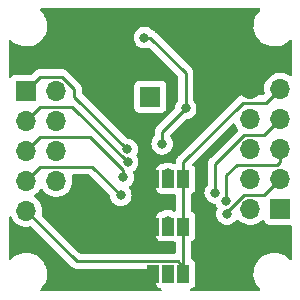
<source format=gbr>
%TF.GenerationSoftware,KiCad,Pcbnew,(6.0.7)*%
%TF.CreationDate,2022-10-11T20:39:03-05:00*%
%TF.ProjectId,PCA9535,50434139-3533-4352-9e6b-696361645f70,rev?*%
%TF.SameCoordinates,Original*%
%TF.FileFunction,Copper,L2,Bot*%
%TF.FilePolarity,Positive*%
%FSLAX46Y46*%
G04 Gerber Fmt 4.6, Leading zero omitted, Abs format (unit mm)*
G04 Created by KiCad (PCBNEW (6.0.7)) date 2022-10-11 20:39:03*
%MOMM*%
%LPD*%
G01*
G04 APERTURE LIST*
%TA.AperFunction,ComponentPad*%
%ADD10R,1.700000X1.700000*%
%TD*%
%TA.AperFunction,ComponentPad*%
%ADD11O,1.700000X1.700000*%
%TD*%
%TA.AperFunction,SMDPad,CuDef*%
%ADD12R,1.000000X1.500000*%
%TD*%
%TA.AperFunction,ViaPad*%
%ADD13C,0.800000*%
%TD*%
%TA.AperFunction,Conductor*%
%ADD14C,0.250000*%
%TD*%
G04 APERTURE END LIST*
D10*
%TO.P,J6,1,Pin_1*%
%TO.N,P10*%
X181500000Y-91500000D03*
D11*
%TO.P,J6,2,Pin_2*%
%TO.N,P14*%
X178960000Y-91500000D03*
%TO.P,J6,3,Pin_3*%
%TO.N,P11*%
X181500000Y-88960000D03*
%TO.P,J6,4,Pin_4*%
%TO.N,P15*%
X178960000Y-88960000D03*
%TO.P,J6,5,Pin_5*%
%TO.N,P12*%
X181500000Y-86420000D03*
%TO.P,J6,6,Pin_6*%
%TO.N,P16*%
X178960000Y-86420000D03*
%TO.P,J6,7,Pin_7*%
%TO.N,P13*%
X181500000Y-83880000D03*
%TO.P,J6,8,Pin_8*%
%TO.N,P17*%
X178960000Y-83880000D03*
%TO.P,J6,9,Pin_9*%
%TO.N,+3.3V*%
X181500000Y-81340000D03*
%TO.P,J6,10,Pin_10*%
%TO.N,GND*%
X178960000Y-81340000D03*
%TD*%
D10*
%TO.P,J4,1,Pin_1*%
%TO.N,INT*%
X170500000Y-82000000D03*
%TD*%
%TO.P,J3,1,Pin_1*%
%TO.N,P00*%
X160000000Y-81500000D03*
D11*
%TO.P,J3,2,Pin_2*%
%TO.N,P04*%
X162540000Y-81500000D03*
%TO.P,J3,3,Pin_3*%
%TO.N,P01*%
X160000000Y-84040000D03*
%TO.P,J3,4,Pin_4*%
%TO.N,P05*%
X162540000Y-84040000D03*
%TO.P,J3,5,Pin_5*%
%TO.N,P02*%
X160000000Y-86580000D03*
%TO.P,J3,6,Pin_6*%
%TO.N,P06*%
X162540000Y-86580000D03*
%TO.P,J3,7,Pin_7*%
%TO.N,P03*%
X160000000Y-89120000D03*
%TO.P,J3,8,Pin_8*%
%TO.N,P07*%
X162540000Y-89120000D03*
%TO.P,J3,9,Pin_9*%
%TO.N,+3.3V*%
X160000000Y-91660000D03*
%TO.P,J3,10,Pin_10*%
%TO.N,GND*%
X162540000Y-91660000D03*
%TD*%
D12*
%TO.P,JP1,1,A*%
%TO.N,+3.3V*%
X173300000Y-89000000D03*
%TO.P,JP1,2,C*%
%TO.N,A0*%
X172000000Y-89000000D03*
%TO.P,JP1,3,B*%
%TO.N,GND*%
X170700000Y-89000000D03*
%TD*%
%TO.P,JP2,1,A*%
%TO.N,+3.3V*%
X173300000Y-93000000D03*
%TO.P,JP2,2,C*%
%TO.N,A1*%
X172000000Y-93000000D03*
%TO.P,JP2,3,B*%
%TO.N,GND*%
X170700000Y-93000000D03*
%TD*%
%TO.P,JP3,1,A*%
%TO.N,+3.3V*%
X173300000Y-97000000D03*
%TO.P,JP3,2,C*%
%TO.N,A2*%
X172000000Y-97000000D03*
%TO.P,JP3,3,B*%
%TO.N,GND*%
X170700000Y-97000000D03*
%TD*%
D13*
%TO.N,GND*%
X169000000Y-79500000D03*
%TO.N,SCL*%
X173500000Y-83000000D03*
X170000000Y-77000000D03*
X171500000Y-86000000D03*
%TO.N,GND*%
X163166000Y-96448000D03*
X174342000Y-95178000D03*
%TO.N,P00*%
X168538534Y-86464740D03*
%TO.N,P01*%
X168584386Y-87535190D03*
%TO.N,P02*%
X168232512Y-88846070D03*
%TO.N,P03*%
X168000000Y-90352000D03*
%TO.N,P11*%
X177000000Y-91950500D03*
%TO.N,P12*%
X176911351Y-90862348D03*
%TO.N,P13*%
X176000000Y-90151999D03*
%TO.N,A1*%
X172000000Y-92500000D03*
%TO.N,A2*%
X172000000Y-97000000D03*
%TO.N,A0*%
X172000000Y-88500000D03*
%TD*%
D14*
%TO.N,SCL*%
X170500000Y-77000000D02*
X173500000Y-80000000D01*
X170000000Y-77000000D02*
X170500000Y-77000000D01*
X171500000Y-85000000D02*
X171500000Y-86000000D01*
X173500000Y-83000000D02*
X171500000Y-85000000D01*
X173500000Y-80000000D02*
X173500000Y-83000000D01*
%TO.N,+3.3V*%
X178336442Y-82515000D02*
X173300000Y-87551442D01*
X180325000Y-82515000D02*
X178336442Y-82515000D01*
X181500000Y-81340000D02*
X180325000Y-82515000D01*
X173300000Y-97000000D02*
X173300000Y-93000000D01*
X173300000Y-87551442D02*
X173300000Y-89000000D01*
X172825000Y-95925000D02*
X173300000Y-96400000D01*
X173300000Y-93000000D02*
X173300000Y-89000000D01*
X160000000Y-91660000D02*
X164265000Y-95925000D01*
X173300000Y-96400000D02*
X173300000Y-97000000D01*
X164265000Y-95925000D02*
X172825000Y-95925000D01*
%TO.N,P00*%
X164073796Y-81372095D02*
X163026701Y-80325000D01*
X164073796Y-82000000D02*
X164073796Y-81372095D01*
X168538534Y-86464740D02*
X164073796Y-82000000D01*
X161175000Y-80325000D02*
X160000000Y-81500000D01*
X163026701Y-80325000D02*
X161175000Y-80325000D01*
%TO.N,P01*%
X161175000Y-82865000D02*
X160000000Y-84040000D01*
X168584386Y-87535190D02*
X163914196Y-82865000D01*
X163914196Y-82865000D02*
X161175000Y-82865000D01*
%TO.N,P02*%
X161175000Y-85405000D02*
X160000000Y-86580000D01*
X168232512Y-88207914D02*
X165429598Y-85405000D01*
X168232512Y-88846070D02*
X168232512Y-88207914D01*
X165429598Y-85405000D02*
X161175000Y-85405000D01*
%TO.N,P03*%
X168000000Y-90352000D02*
X165593000Y-87945000D01*
X165593000Y-87945000D02*
X161175000Y-87945000D01*
X161175000Y-87945000D02*
X160000000Y-89120000D01*
%TO.N,P11*%
X177000000Y-91950500D02*
X177000000Y-91798299D01*
X177000000Y-91798299D02*
X178473299Y-90325000D01*
X180135000Y-90325000D02*
X181500000Y-88960000D01*
X178473299Y-90325000D02*
X180135000Y-90325000D01*
%TO.N,P12*%
X181215000Y-87785000D02*
X181500000Y-87500000D01*
X176911351Y-90862348D02*
X176911351Y-88675140D01*
X176911351Y-88675140D02*
X177801491Y-87785000D01*
X177801491Y-87785000D02*
X181215000Y-87785000D01*
X181500000Y-87500000D02*
X181500000Y-86420000D01*
%TO.N,P13*%
X176000000Y-90151999D02*
X176000000Y-87718299D01*
X178473299Y-85245000D02*
X180135000Y-85245000D01*
X180135000Y-85245000D02*
X181500000Y-83880000D01*
X176000000Y-87718299D02*
X178473299Y-85245000D01*
%TD*%
%TA.AperFunction,Conductor*%
%TO.N,GND*%
G36*
X158717012Y-92147932D02*
G01*
X158751243Y-92195752D01*
X158770492Y-92243156D01*
X158783266Y-92274616D01*
X158801939Y-92305088D01*
X158897063Y-92460316D01*
X158899987Y-92465088D01*
X159046250Y-92633938D01*
X159218126Y-92776632D01*
X159411000Y-92889338D01*
X159619692Y-92969030D01*
X159624760Y-92970061D01*
X159624763Y-92970062D01*
X159695729Y-92984500D01*
X159838597Y-93013567D01*
X159843772Y-93013757D01*
X159843774Y-93013757D01*
X160056673Y-93021564D01*
X160056677Y-93021564D01*
X160061837Y-93021753D01*
X160066957Y-93021097D01*
X160066959Y-93021097D01*
X160278288Y-92994025D01*
X160278289Y-92994025D01*
X160283416Y-92993368D01*
X160288367Y-92991883D01*
X160288370Y-92991882D01*
X160329829Y-92979444D01*
X160400825Y-92979028D01*
X160455131Y-93011035D01*
X163761348Y-96317253D01*
X163768888Y-96325539D01*
X163773000Y-96332018D01*
X163778777Y-96337443D01*
X163822651Y-96378643D01*
X163825493Y-96381398D01*
X163845230Y-96401135D01*
X163848427Y-96403615D01*
X163857447Y-96411318D01*
X163889679Y-96441586D01*
X163896625Y-96445405D01*
X163896628Y-96445407D01*
X163907434Y-96451348D01*
X163923953Y-96462199D01*
X163939959Y-96474614D01*
X163947228Y-96477759D01*
X163947232Y-96477762D01*
X163980537Y-96492174D01*
X163991187Y-96497391D01*
X164029940Y-96518695D01*
X164037615Y-96520666D01*
X164037616Y-96520666D01*
X164049562Y-96523733D01*
X164068267Y-96530137D01*
X164086855Y-96538181D01*
X164094678Y-96539420D01*
X164094688Y-96539423D01*
X164130524Y-96545099D01*
X164142144Y-96547505D01*
X164177289Y-96556528D01*
X164184970Y-96558500D01*
X164205224Y-96558500D01*
X164224934Y-96560051D01*
X164244943Y-96563220D01*
X164252835Y-96562474D01*
X164288961Y-96559059D01*
X164300819Y-96558500D01*
X170865500Y-96558500D01*
X170933621Y-96578502D01*
X170980114Y-96632158D01*
X170991500Y-96684500D01*
X170991500Y-97798134D01*
X170998255Y-97860316D01*
X171049385Y-97996705D01*
X171136739Y-98113261D01*
X171253295Y-98200615D01*
X171261704Y-98203767D01*
X171261705Y-98203768D01*
X171378408Y-98247518D01*
X171435173Y-98290159D01*
X171459873Y-98356721D01*
X171444666Y-98426070D01*
X171394380Y-98476188D01*
X171334179Y-98491500D01*
X161302859Y-98491500D01*
X161234738Y-98471498D01*
X161188245Y-98417842D01*
X161178141Y-98347568D01*
X161211084Y-98279167D01*
X161240857Y-98247518D01*
X161370443Y-98109763D01*
X161519424Y-97895009D01*
X161565522Y-97801531D01*
X161632960Y-97664781D01*
X161632961Y-97664778D01*
X161635025Y-97660593D01*
X161714707Y-97411665D01*
X161756721Y-97153693D01*
X161760142Y-96892345D01*
X161724896Y-96633362D01*
X161710473Y-96583877D01*
X161690361Y-96514879D01*
X161651757Y-96382433D01*
X161542332Y-96145072D01*
X161489663Y-96064739D01*
X161401590Y-95930404D01*
X161401586Y-95930399D01*
X161399024Y-95926491D01*
X161224982Y-95731494D01*
X161024030Y-95564363D01*
X160976844Y-95535730D01*
X160804578Y-95431196D01*
X160804574Y-95431194D01*
X160800581Y-95428771D01*
X160559545Y-95327697D01*
X160306217Y-95263359D01*
X160301566Y-95262891D01*
X160301562Y-95262890D01*
X160092271Y-95241816D01*
X160089133Y-95241500D01*
X159933646Y-95241500D01*
X159931321Y-95241673D01*
X159931315Y-95241673D01*
X159744000Y-95255593D01*
X159743996Y-95255594D01*
X159739348Y-95255939D01*
X159734800Y-95256968D01*
X159734794Y-95256969D01*
X159582192Y-95291500D01*
X159484423Y-95313623D01*
X159480071Y-95315315D01*
X159480069Y-95315316D01*
X159245176Y-95406660D01*
X159245173Y-95406661D01*
X159240823Y-95408353D01*
X159013902Y-95538049D01*
X158808643Y-95699862D01*
X158805443Y-95703264D01*
X158726275Y-95787422D01*
X158665031Y-95823334D01*
X158594093Y-95820434D01*
X158535985Y-95779643D01*
X158509154Y-95713912D01*
X158508500Y-95701089D01*
X158508500Y-92243156D01*
X158528502Y-92175035D01*
X158582158Y-92128542D01*
X158652432Y-92118438D01*
X158717012Y-92147932D01*
G37*
%TD.AperFunction*%
%TA.AperFunction,Conductor*%
G36*
X177600377Y-84251135D02*
G01*
X177657213Y-84293682D01*
X177673088Y-84321787D01*
X177743266Y-84494616D01*
X177749223Y-84504337D01*
X177844013Y-84659020D01*
X177859987Y-84685088D01*
X177863365Y-84688988D01*
X177863366Y-84688989D01*
X177911913Y-84745033D01*
X177941395Y-84809618D01*
X177931280Y-84879891D01*
X177905770Y-84916625D01*
X176756303Y-86066091D01*
X175607747Y-87214647D01*
X175599461Y-87222187D01*
X175592982Y-87226299D01*
X175587557Y-87232076D01*
X175546357Y-87275950D01*
X175543602Y-87278792D01*
X175523865Y-87298529D01*
X175521385Y-87301726D01*
X175513682Y-87310746D01*
X175483414Y-87342978D01*
X175479595Y-87349924D01*
X175479593Y-87349927D01*
X175473652Y-87360733D01*
X175462801Y-87377252D01*
X175450386Y-87393258D01*
X175447241Y-87400527D01*
X175447238Y-87400531D01*
X175432826Y-87433836D01*
X175427609Y-87444486D01*
X175406305Y-87483239D01*
X175404334Y-87490914D01*
X175404334Y-87490915D01*
X175401267Y-87502861D01*
X175394863Y-87521565D01*
X175394002Y-87523556D01*
X175386819Y-87540154D01*
X175385580Y-87547977D01*
X175385577Y-87547987D01*
X175379901Y-87583823D01*
X175377495Y-87595443D01*
X175366500Y-87638269D01*
X175366500Y-87658523D01*
X175364949Y-87678233D01*
X175361780Y-87698242D01*
X175362526Y-87706134D01*
X175365941Y-87742260D01*
X175366500Y-87754118D01*
X175366500Y-89449475D01*
X175346498Y-89517596D01*
X175334142Y-89533778D01*
X175260960Y-89615055D01*
X175165473Y-89780443D01*
X175106458Y-89962071D01*
X175105768Y-89968632D01*
X175105768Y-89968634D01*
X175101721Y-90007137D01*
X175086496Y-90151999D01*
X175087186Y-90158564D01*
X175105322Y-90331114D01*
X175106458Y-90341927D01*
X175165473Y-90523555D01*
X175168776Y-90529277D01*
X175168777Y-90529278D01*
X175176081Y-90541928D01*
X175260960Y-90688943D01*
X175265378Y-90693850D01*
X175265379Y-90693851D01*
X175382977Y-90824457D01*
X175388747Y-90830865D01*
X175543248Y-90943117D01*
X175549276Y-90945801D01*
X175549278Y-90945802D01*
X175706587Y-91015840D01*
X175717712Y-91020793D01*
X175811112Y-91040646D01*
X175898056Y-91059127D01*
X175898061Y-91059127D01*
X175904513Y-91060499D01*
X175928937Y-91060499D01*
X175997058Y-91080501D01*
X176043551Y-91134157D01*
X176048770Y-91147562D01*
X176076824Y-91233904D01*
X176172311Y-91399292D01*
X176176735Y-91404206D01*
X176178578Y-91406742D01*
X176202436Y-91473610D01*
X176185761Y-91543804D01*
X176165473Y-91578944D01*
X176106458Y-91760572D01*
X176105768Y-91767133D01*
X176105768Y-91767135D01*
X176097089Y-91849715D01*
X176086496Y-91950500D01*
X176106458Y-92140428D01*
X176165473Y-92322056D01*
X176260960Y-92487444D01*
X176388747Y-92629366D01*
X176543248Y-92741618D01*
X176549276Y-92744302D01*
X176549278Y-92744303D01*
X176696976Y-92810062D01*
X176717712Y-92819294D01*
X176783925Y-92833368D01*
X176898056Y-92857628D01*
X176898061Y-92857628D01*
X176904513Y-92859000D01*
X177095487Y-92859000D01*
X177101939Y-92857628D01*
X177101944Y-92857628D01*
X177216075Y-92833368D01*
X177282288Y-92819294D01*
X177303024Y-92810062D01*
X177450722Y-92744303D01*
X177450724Y-92744302D01*
X177456752Y-92741618D01*
X177611253Y-92629366D01*
X177739040Y-92487444D01*
X177762103Y-92447498D01*
X177813484Y-92398506D01*
X177883197Y-92385069D01*
X177949109Y-92411456D01*
X177966458Y-92428002D01*
X178002860Y-92470025D01*
X178006250Y-92473938D01*
X178178126Y-92616632D01*
X178371000Y-92729338D01*
X178375825Y-92731180D01*
X178375826Y-92731181D01*
X178403158Y-92741618D01*
X178579692Y-92809030D01*
X178584760Y-92810061D01*
X178584763Y-92810062D01*
X178636884Y-92820666D01*
X178798597Y-92853567D01*
X178803772Y-92853757D01*
X178803774Y-92853757D01*
X179016673Y-92861564D01*
X179016677Y-92861564D01*
X179021837Y-92861753D01*
X179026957Y-92861097D01*
X179026959Y-92861097D01*
X179238288Y-92834025D01*
X179238289Y-92834025D01*
X179243416Y-92833368D01*
X179290327Y-92819294D01*
X179452429Y-92770661D01*
X179452434Y-92770659D01*
X179457384Y-92769174D01*
X179657994Y-92670896D01*
X179839860Y-92541173D01*
X179948091Y-92433319D01*
X180010462Y-92399404D01*
X180081268Y-92404592D01*
X180138030Y-92447238D01*
X180155012Y-92478341D01*
X180199385Y-92596705D01*
X180286739Y-92713261D01*
X180403295Y-92800615D01*
X180539684Y-92851745D01*
X180601866Y-92858500D01*
X182365500Y-92858500D01*
X182433621Y-92878502D01*
X182480114Y-92932158D01*
X182491500Y-92984500D01*
X182491500Y-95699708D01*
X182471498Y-95767829D01*
X182417842Y-95814322D01*
X182347568Y-95824426D01*
X182282988Y-95794932D01*
X182271497Y-95783610D01*
X182224982Y-95731494D01*
X182024030Y-95564363D01*
X181976844Y-95535730D01*
X181804578Y-95431196D01*
X181804574Y-95431194D01*
X181800581Y-95428771D01*
X181559545Y-95327697D01*
X181306217Y-95263359D01*
X181301566Y-95262891D01*
X181301562Y-95262890D01*
X181092271Y-95241816D01*
X181089133Y-95241500D01*
X180933646Y-95241500D01*
X180931321Y-95241673D01*
X180931315Y-95241673D01*
X180744000Y-95255593D01*
X180743996Y-95255594D01*
X180739348Y-95255939D01*
X180734800Y-95256968D01*
X180734794Y-95256969D01*
X180582192Y-95291500D01*
X180484423Y-95313623D01*
X180480071Y-95315315D01*
X180480069Y-95315316D01*
X180245176Y-95406660D01*
X180245173Y-95406661D01*
X180240823Y-95408353D01*
X180013902Y-95538049D01*
X179808643Y-95699862D01*
X179629557Y-95890237D01*
X179480576Y-96104991D01*
X179478510Y-96109181D01*
X179478508Y-96109184D01*
X179431118Y-96205283D01*
X179364975Y-96339407D01*
X179363553Y-96343850D01*
X179363552Y-96343852D01*
X179321695Y-96474614D01*
X179285293Y-96588335D01*
X179243279Y-96846307D01*
X179239858Y-97107655D01*
X179275104Y-97366638D01*
X179276412Y-97371124D01*
X179276412Y-97371126D01*
X179296098Y-97438664D01*
X179348243Y-97617567D01*
X179457668Y-97854928D01*
X179460231Y-97858837D01*
X179598410Y-98069596D01*
X179598414Y-98069601D01*
X179600976Y-98073509D01*
X179775018Y-98268506D01*
X179778611Y-98271494D01*
X179781978Y-98274746D01*
X179780400Y-98276380D01*
X179814782Y-98327680D01*
X179816149Y-98398663D01*
X179778923Y-98459118D01*
X179714922Y-98489849D01*
X179694592Y-98491500D01*
X173965821Y-98491500D01*
X173897700Y-98471498D01*
X173851207Y-98417842D01*
X173841103Y-98347568D01*
X173870597Y-98282988D01*
X173921592Y-98247518D01*
X174038295Y-98203768D01*
X174038296Y-98203767D01*
X174046705Y-98200615D01*
X174163261Y-98113261D01*
X174250615Y-97996705D01*
X174301745Y-97860316D01*
X174308500Y-97798134D01*
X174308500Y-96201866D01*
X174301745Y-96139684D01*
X174250615Y-96003295D01*
X174163261Y-95886739D01*
X174046705Y-95799385D01*
X174038296Y-95796232D01*
X174038293Y-95796231D01*
X174015269Y-95787599D01*
X173958505Y-95744957D01*
X173933806Y-95678395D01*
X173933500Y-95669618D01*
X173933500Y-94330382D01*
X173953502Y-94262261D01*
X174007158Y-94215768D01*
X174015269Y-94212401D01*
X174038293Y-94203769D01*
X174038297Y-94203767D01*
X174046705Y-94200615D01*
X174163261Y-94113261D01*
X174250615Y-93996705D01*
X174301745Y-93860316D01*
X174308500Y-93798134D01*
X174308500Y-92201866D01*
X174301745Y-92139684D01*
X174250615Y-92003295D01*
X174163261Y-91886739D01*
X174046705Y-91799385D01*
X174038296Y-91796232D01*
X174038293Y-91796231D01*
X174015269Y-91787599D01*
X173958505Y-91744957D01*
X173933806Y-91678395D01*
X173933500Y-91669618D01*
X173933500Y-90330382D01*
X173953502Y-90262261D01*
X174007158Y-90215768D01*
X174015269Y-90212401D01*
X174038293Y-90203769D01*
X174038297Y-90203767D01*
X174046705Y-90200615D01*
X174163261Y-90113261D01*
X174250615Y-89996705D01*
X174301745Y-89860316D01*
X174308500Y-89798134D01*
X174308500Y-88201866D01*
X174301745Y-88139684D01*
X174250615Y-88003295D01*
X174163261Y-87886739D01*
X174106556Y-87844241D01*
X174064041Y-87787382D01*
X174059015Y-87716563D01*
X174093026Y-87654320D01*
X177467250Y-84280096D01*
X177529562Y-84246070D01*
X177600377Y-84251135D01*
G37*
%TD.AperFunction*%
%TA.AperFunction,Conductor*%
G36*
X179765262Y-74528502D02*
G01*
X179811755Y-74582158D01*
X179821859Y-74652432D01*
X179788916Y-74720832D01*
X179629557Y-74890237D01*
X179480576Y-75104991D01*
X179364975Y-75339407D01*
X179285293Y-75588335D01*
X179243279Y-75846307D01*
X179243218Y-75850980D01*
X179240052Y-76092872D01*
X179239858Y-76107655D01*
X179275104Y-76366638D01*
X179276412Y-76371124D01*
X179276412Y-76371126D01*
X179292874Y-76427604D01*
X179348243Y-76617567D01*
X179457668Y-76854928D01*
X179460231Y-76858837D01*
X179598410Y-77069596D01*
X179598414Y-77069601D01*
X179600976Y-77073509D01*
X179775018Y-77268506D01*
X179975970Y-77435637D01*
X179979973Y-77438066D01*
X180195422Y-77568804D01*
X180195426Y-77568806D01*
X180199419Y-77571229D01*
X180440455Y-77672303D01*
X180693783Y-77736641D01*
X180698434Y-77737109D01*
X180698438Y-77737110D01*
X180891308Y-77756531D01*
X180910867Y-77758500D01*
X181066354Y-77758500D01*
X181068679Y-77758327D01*
X181068685Y-77758327D01*
X181256000Y-77744407D01*
X181256004Y-77744406D01*
X181260652Y-77744061D01*
X181265200Y-77743032D01*
X181265206Y-77743031D01*
X181451601Y-77700853D01*
X181515577Y-77686377D01*
X181519931Y-77684684D01*
X181754824Y-77593340D01*
X181754827Y-77593339D01*
X181759177Y-77591647D01*
X181986098Y-77461951D01*
X182191357Y-77300138D01*
X182273725Y-77212578D01*
X182334969Y-77176666D01*
X182405907Y-77179566D01*
X182464015Y-77220357D01*
X182490846Y-77286088D01*
X182491500Y-77298911D01*
X182491500Y-80131817D01*
X182471498Y-80199938D01*
X182417842Y-80246431D01*
X182347568Y-80256535D01*
X182287407Y-80230698D01*
X182258415Y-80207801D01*
X182258413Y-80207800D01*
X182254359Y-80204598D01*
X182245918Y-80199938D01*
X182202136Y-80175769D01*
X182058789Y-80096638D01*
X182053920Y-80094914D01*
X182053916Y-80094912D01*
X181853087Y-80023795D01*
X181853083Y-80023794D01*
X181848212Y-80022069D01*
X181843119Y-80021162D01*
X181843116Y-80021161D01*
X181633373Y-79983800D01*
X181633367Y-79983799D01*
X181628284Y-79982894D01*
X181554452Y-79981992D01*
X181410081Y-79980228D01*
X181410079Y-79980228D01*
X181404911Y-79980165D01*
X181184091Y-80013955D01*
X180971756Y-80083357D01*
X180941443Y-80099137D01*
X180860065Y-80141500D01*
X180773607Y-80186507D01*
X180769474Y-80189610D01*
X180769471Y-80189612D01*
X180599100Y-80317530D01*
X180594965Y-80320635D01*
X180440629Y-80482138D01*
X180314743Y-80666680D01*
X180220688Y-80869305D01*
X180160989Y-81084570D01*
X180137251Y-81306695D01*
X180137548Y-81311848D01*
X180137548Y-81311851D01*
X180145563Y-81450862D01*
X180150110Y-81529715D01*
X180151247Y-81534761D01*
X180151248Y-81534767D01*
X180183453Y-81677668D01*
X180178917Y-81748520D01*
X180149631Y-81794464D01*
X180099500Y-81844595D01*
X180037188Y-81878621D01*
X180010405Y-81881500D01*
X178415210Y-81881500D01*
X178404027Y-81880973D01*
X178396534Y-81879298D01*
X178388608Y-81879547D01*
X178388607Y-81879547D01*
X178328444Y-81881438D01*
X178324486Y-81881500D01*
X178296586Y-81881500D01*
X178292596Y-81882004D01*
X178280762Y-81882936D01*
X178236553Y-81884326D01*
X178228937Y-81886539D01*
X178228935Y-81886539D01*
X178217094Y-81889979D01*
X178197735Y-81893988D01*
X178196425Y-81894154D01*
X178177645Y-81896526D01*
X178170279Y-81899442D01*
X178170273Y-81899444D01*
X178136540Y-81912800D01*
X178125310Y-81916645D01*
X178090459Y-81926770D01*
X178082849Y-81928981D01*
X178076026Y-81933016D01*
X178065408Y-81939295D01*
X178047655Y-81947992D01*
X178040010Y-81951019D01*
X178028825Y-81955448D01*
X178022410Y-81960109D01*
X177993054Y-81981437D01*
X177983137Y-81987951D01*
X177945080Y-82010458D01*
X177930759Y-82024779D01*
X177915726Y-82037619D01*
X177899335Y-82049528D01*
X177894284Y-82055634D01*
X177871144Y-82083605D01*
X177863154Y-82092384D01*
X172907747Y-87047790D01*
X172899461Y-87055330D01*
X172892982Y-87059442D01*
X172887557Y-87065219D01*
X172846357Y-87109093D01*
X172843602Y-87111935D01*
X172823865Y-87131672D01*
X172821385Y-87134869D01*
X172813682Y-87143889D01*
X172783414Y-87176121D01*
X172779595Y-87183067D01*
X172779593Y-87183070D01*
X172773652Y-87193876D01*
X172762801Y-87210395D01*
X172750386Y-87226401D01*
X172747241Y-87233670D01*
X172747238Y-87233674D01*
X172732826Y-87266979D01*
X172727609Y-87277629D01*
X172706305Y-87316382D01*
X172704334Y-87324057D01*
X172704334Y-87324058D01*
X172701267Y-87336004D01*
X172694863Y-87354708D01*
X172686819Y-87373297D01*
X172685580Y-87381120D01*
X172685577Y-87381130D01*
X172679901Y-87416966D01*
X172677495Y-87428586D01*
X172673410Y-87444497D01*
X172666500Y-87471412D01*
X172666500Y-87491666D01*
X172664949Y-87511376D01*
X172661780Y-87531385D01*
X172662526Y-87539277D01*
X172665941Y-87575403D01*
X172666500Y-87587261D01*
X172666500Y-87613984D01*
X172646498Y-87682105D01*
X172592842Y-87728598D01*
X172522568Y-87738702D01*
X172466439Y-87715920D01*
X172462094Y-87712763D01*
X172462093Y-87712762D01*
X172456752Y-87708882D01*
X172450724Y-87706198D01*
X172450722Y-87706197D01*
X172288319Y-87633891D01*
X172288318Y-87633891D01*
X172282288Y-87631206D01*
X172188887Y-87611353D01*
X172101944Y-87592872D01*
X172101939Y-87592872D01*
X172095487Y-87591500D01*
X171904513Y-87591500D01*
X171898061Y-87592872D01*
X171898056Y-87592872D01*
X171811112Y-87611353D01*
X171717712Y-87631206D01*
X171711682Y-87633891D01*
X171711681Y-87633891D01*
X171549278Y-87706197D01*
X171549276Y-87706198D01*
X171543248Y-87708882D01*
X171537909Y-87712761D01*
X171537902Y-87712765D01*
X171531472Y-87717437D01*
X171458668Y-87741092D01*
X171458680Y-87741316D01*
X171457839Y-87741362D01*
X171457413Y-87741500D01*
X171451866Y-87741500D01*
X171389684Y-87748255D01*
X171253295Y-87799385D01*
X171136739Y-87886739D01*
X171049385Y-88003295D01*
X170998255Y-88139684D01*
X170991500Y-88201866D01*
X170991500Y-89798134D01*
X170998255Y-89860316D01*
X171049385Y-89996705D01*
X171136739Y-90113261D01*
X171253295Y-90200615D01*
X171389684Y-90251745D01*
X171451866Y-90258500D01*
X172540500Y-90258500D01*
X172608621Y-90278502D01*
X172655114Y-90332158D01*
X172666500Y-90384500D01*
X172666500Y-91613984D01*
X172646498Y-91682105D01*
X172592842Y-91728598D01*
X172522568Y-91738702D01*
X172466439Y-91715920D01*
X172462094Y-91712763D01*
X172462093Y-91712762D01*
X172456752Y-91708882D01*
X172450724Y-91706198D01*
X172450722Y-91706197D01*
X172288319Y-91633891D01*
X172288318Y-91633891D01*
X172282288Y-91631206D01*
X172188887Y-91611353D01*
X172101944Y-91592872D01*
X172101939Y-91592872D01*
X172095487Y-91591500D01*
X171904513Y-91591500D01*
X171898061Y-91592872D01*
X171898056Y-91592872D01*
X171811113Y-91611353D01*
X171717712Y-91631206D01*
X171711682Y-91633891D01*
X171711681Y-91633891D01*
X171549278Y-91706197D01*
X171549276Y-91706198D01*
X171543248Y-91708882D01*
X171537909Y-91712761D01*
X171537902Y-91712765D01*
X171531472Y-91717437D01*
X171458668Y-91741092D01*
X171458680Y-91741316D01*
X171457839Y-91741362D01*
X171457413Y-91741500D01*
X171451866Y-91741500D01*
X171389684Y-91748255D01*
X171253295Y-91799385D01*
X171136739Y-91886739D01*
X171049385Y-92003295D01*
X170998255Y-92139684D01*
X170991500Y-92201866D01*
X170991500Y-93798134D01*
X170998255Y-93860316D01*
X171049385Y-93996705D01*
X171136739Y-94113261D01*
X171253295Y-94200615D01*
X171389684Y-94251745D01*
X171451866Y-94258500D01*
X172540500Y-94258500D01*
X172608621Y-94278502D01*
X172655114Y-94332158D01*
X172666500Y-94384500D01*
X172666500Y-95165500D01*
X172646498Y-95233621D01*
X172592842Y-95280114D01*
X172540500Y-95291500D01*
X164579594Y-95291500D01*
X164511473Y-95271498D01*
X164490499Y-95254595D01*
X161351218Y-92115313D01*
X161317192Y-92053001D01*
X161319755Y-91989589D01*
X161330865Y-91953022D01*
X161332370Y-91948069D01*
X161361529Y-91726590D01*
X161363156Y-91660000D01*
X161344852Y-91437361D01*
X161290431Y-91220702D01*
X161201354Y-91015840D01*
X161151797Y-90939236D01*
X161082822Y-90832617D01*
X161082820Y-90832614D01*
X161080014Y-90828277D01*
X160929670Y-90663051D01*
X160925619Y-90659852D01*
X160925615Y-90659848D01*
X160758414Y-90527800D01*
X160758410Y-90527798D01*
X160754359Y-90524598D01*
X160713053Y-90501796D01*
X160663084Y-90451364D01*
X160648312Y-90381921D01*
X160673428Y-90315516D01*
X160700780Y-90288909D01*
X160765066Y-90243054D01*
X160879860Y-90161173D01*
X161038096Y-90003489D01*
X161049013Y-89988297D01*
X161168453Y-89822077D01*
X161169776Y-89823028D01*
X161216645Y-89779857D01*
X161286580Y-89767625D01*
X161352026Y-89795144D01*
X161379875Y-89826994D01*
X161439987Y-89925088D01*
X161586250Y-90093938D01*
X161758126Y-90236632D01*
X161951000Y-90349338D01*
X162159692Y-90429030D01*
X162164760Y-90430061D01*
X162164763Y-90430062D01*
X162269466Y-90451364D01*
X162378597Y-90473567D01*
X162383772Y-90473757D01*
X162383774Y-90473757D01*
X162596673Y-90481564D01*
X162596677Y-90481564D01*
X162601837Y-90481753D01*
X162606957Y-90481097D01*
X162606959Y-90481097D01*
X162818288Y-90454025D01*
X162818289Y-90454025D01*
X162823416Y-90453368D01*
X162830096Y-90451364D01*
X163032429Y-90390661D01*
X163032434Y-90390659D01*
X163037384Y-90389174D01*
X163237994Y-90290896D01*
X163419860Y-90161173D01*
X163578096Y-90003489D01*
X163589013Y-89988297D01*
X163705435Y-89826277D01*
X163708453Y-89822077D01*
X163718608Y-89801531D01*
X163805136Y-89626453D01*
X163805137Y-89626451D01*
X163807430Y-89621811D01*
X163872370Y-89408069D01*
X163901529Y-89186590D01*
X163903156Y-89120000D01*
X163884852Y-88897361D01*
X163876616Y-88864570D01*
X163844119Y-88735195D01*
X163846923Y-88664254D01*
X163887636Y-88606091D01*
X163953331Y-88579172D01*
X163966323Y-88578500D01*
X165278406Y-88578500D01*
X165346527Y-88598502D01*
X165367501Y-88615405D01*
X167052878Y-90300783D01*
X167086904Y-90363095D01*
X167089093Y-90376708D01*
X167104637Y-90524598D01*
X167106458Y-90541928D01*
X167165473Y-90723556D01*
X167260960Y-90888944D01*
X167265378Y-90893851D01*
X167265379Y-90893852D01*
X167384325Y-91025955D01*
X167388747Y-91030866D01*
X167543248Y-91143118D01*
X167549276Y-91145802D01*
X167549278Y-91145803D01*
X167706841Y-91215954D01*
X167717712Y-91220794D01*
X167806314Y-91239627D01*
X167898056Y-91259128D01*
X167898061Y-91259128D01*
X167904513Y-91260500D01*
X168095487Y-91260500D01*
X168101939Y-91259128D01*
X168101944Y-91259128D01*
X168193686Y-91239627D01*
X168282288Y-91220794D01*
X168293159Y-91215954D01*
X168450722Y-91145803D01*
X168450724Y-91145802D01*
X168456752Y-91143118D01*
X168611253Y-91030866D01*
X168615675Y-91025955D01*
X168734621Y-90893852D01*
X168734622Y-90893851D01*
X168739040Y-90888944D01*
X168834527Y-90723556D01*
X168893542Y-90541928D01*
X168895364Y-90524598D01*
X168912814Y-90358565D01*
X168913504Y-90352000D01*
X168902675Y-90248971D01*
X168894232Y-90168635D01*
X168894232Y-90168633D01*
X168893542Y-90162072D01*
X168834527Y-89980444D01*
X168827709Y-89968634D01*
X168744799Y-89825031D01*
X168739040Y-89815056D01*
X168716173Y-89789659D01*
X168685457Y-89725655D01*
X168694220Y-89655201D01*
X168735749Y-89603415D01*
X168831584Y-89533786D01*
X168843765Y-89524936D01*
X168850374Y-89517596D01*
X168967133Y-89387922D01*
X168967134Y-89387921D01*
X168971552Y-89383014D01*
X169067039Y-89217626D01*
X169126054Y-89035998D01*
X169146016Y-88846070D01*
X169134363Y-88735195D01*
X169126744Y-88662705D01*
X169126744Y-88662703D01*
X169126054Y-88656142D01*
X169067039Y-88474514D01*
X169055829Y-88455098D01*
X169039092Y-88386102D01*
X169062313Y-88319011D01*
X169090887Y-88290163D01*
X169195639Y-88214056D01*
X169297764Y-88100635D01*
X169319007Y-88077042D01*
X169319008Y-88077041D01*
X169323426Y-88072134D01*
X169388151Y-87960027D01*
X169415609Y-87912469D01*
X169415610Y-87912468D01*
X169418913Y-87906746D01*
X169477928Y-87725118D01*
X169478736Y-87717437D01*
X169497200Y-87541755D01*
X169497890Y-87535190D01*
X169494358Y-87501584D01*
X169478618Y-87351825D01*
X169478618Y-87351823D01*
X169477928Y-87345262D01*
X169418913Y-87163634D01*
X169412630Y-87152751D01*
X169337866Y-87023256D01*
X169321128Y-86954260D01*
X169337866Y-86897256D01*
X169369757Y-86842019D01*
X169369758Y-86842018D01*
X169373061Y-86836296D01*
X169432076Y-86654668D01*
X169452038Y-86464740D01*
X169432076Y-86274812D01*
X169373061Y-86093184D01*
X169277574Y-85927796D01*
X169262789Y-85911375D01*
X169154209Y-85790785D01*
X169154208Y-85790784D01*
X169149787Y-85785874D01*
X168995286Y-85673622D01*
X168989258Y-85670938D01*
X168989256Y-85670937D01*
X168826853Y-85598631D01*
X168826852Y-85598631D01*
X168820822Y-85595946D01*
X168727421Y-85576093D01*
X168640478Y-85557612D01*
X168640473Y-85557612D01*
X168634021Y-85556240D01*
X168578129Y-85556240D01*
X168510008Y-85536238D01*
X168489034Y-85519335D01*
X165867834Y-82898134D01*
X169141500Y-82898134D01*
X169148255Y-82960316D01*
X169199385Y-83096705D01*
X169286739Y-83213261D01*
X169403295Y-83300615D01*
X169539684Y-83351745D01*
X169601866Y-83358500D01*
X171398134Y-83358500D01*
X171460316Y-83351745D01*
X171596705Y-83300615D01*
X171713261Y-83213261D01*
X171800615Y-83096705D01*
X171851745Y-82960316D01*
X171858500Y-82898134D01*
X171858500Y-81101866D01*
X171851745Y-81039684D01*
X171800615Y-80903295D01*
X171713261Y-80786739D01*
X171596705Y-80699385D01*
X171460316Y-80648255D01*
X171398134Y-80641500D01*
X169601866Y-80641500D01*
X169539684Y-80648255D01*
X169403295Y-80699385D01*
X169286739Y-80786739D01*
X169199385Y-80903295D01*
X169148255Y-81039684D01*
X169141500Y-81101866D01*
X169141500Y-82898134D01*
X165867834Y-82898134D01*
X164744201Y-81774501D01*
X164710175Y-81712189D01*
X164707296Y-81685406D01*
X164707296Y-81450862D01*
X164707823Y-81439679D01*
X164709498Y-81432186D01*
X164707358Y-81364095D01*
X164707296Y-81360138D01*
X164707296Y-81332239D01*
X164706792Y-81328248D01*
X164705859Y-81316406D01*
X164704719Y-81280131D01*
X164704470Y-81272206D01*
X164702258Y-81264592D01*
X164702257Y-81264587D01*
X164698819Y-81252754D01*
X164694808Y-81233390D01*
X164693263Y-81221159D01*
X164692270Y-81213298D01*
X164689353Y-81205931D01*
X164689352Y-81205926D01*
X164675994Y-81172187D01*
X164672150Y-81160960D01*
X164662026Y-81126117D01*
X164659814Y-81118502D01*
X164651996Y-81105283D01*
X164649503Y-81101067D01*
X164640808Y-81083319D01*
X164633348Y-81064478D01*
X164607360Y-81028708D01*
X164600844Y-81018788D01*
X164582376Y-80987560D01*
X164582374Y-80987557D01*
X164578338Y-80980733D01*
X164564017Y-80966412D01*
X164551176Y-80951378D01*
X164543927Y-80941401D01*
X164539268Y-80934988D01*
X164533164Y-80929938D01*
X164533159Y-80929933D01*
X164505198Y-80906802D01*
X164496417Y-80898812D01*
X163530348Y-79932742D01*
X163522814Y-79924463D01*
X163518701Y-79917982D01*
X163469049Y-79871356D01*
X163466208Y-79868602D01*
X163446471Y-79848865D01*
X163443274Y-79846385D01*
X163434252Y-79838680D01*
X163430098Y-79834779D01*
X163402022Y-79808414D01*
X163395076Y-79804595D01*
X163395073Y-79804593D01*
X163384267Y-79798652D01*
X163367748Y-79787801D01*
X163367284Y-79787441D01*
X163351742Y-79775386D01*
X163344473Y-79772241D01*
X163344469Y-79772238D01*
X163311164Y-79757826D01*
X163300514Y-79752609D01*
X163261761Y-79731305D01*
X163252652Y-79728966D01*
X163242139Y-79726267D01*
X163223435Y-79719863D01*
X163212121Y-79714967D01*
X163212120Y-79714967D01*
X163204846Y-79711819D01*
X163197023Y-79710580D01*
X163197013Y-79710577D01*
X163161177Y-79704901D01*
X163149557Y-79702495D01*
X163114412Y-79693472D01*
X163114411Y-79693472D01*
X163106731Y-79691500D01*
X163086477Y-79691500D01*
X163066766Y-79689949D01*
X163054587Y-79688020D01*
X163046758Y-79686780D01*
X163017487Y-79689547D01*
X163002740Y-79690941D01*
X162990882Y-79691500D01*
X161253767Y-79691500D01*
X161242584Y-79690973D01*
X161235091Y-79689298D01*
X161227165Y-79689547D01*
X161227164Y-79689547D01*
X161167001Y-79691438D01*
X161163043Y-79691500D01*
X161135144Y-79691500D01*
X161131154Y-79692004D01*
X161119320Y-79692936D01*
X161075111Y-79694326D01*
X161067497Y-79696538D01*
X161067492Y-79696539D01*
X161055659Y-79699977D01*
X161036296Y-79703988D01*
X161016203Y-79706526D01*
X161008836Y-79709443D01*
X161008831Y-79709444D01*
X160975092Y-79722802D01*
X160963865Y-79726646D01*
X160921407Y-79738982D01*
X160914581Y-79743019D01*
X160903972Y-79749293D01*
X160886224Y-79757988D01*
X160867383Y-79765448D01*
X160860967Y-79770110D01*
X160860966Y-79770110D01*
X160831613Y-79791436D01*
X160821693Y-79797952D01*
X160790465Y-79816420D01*
X160790462Y-79816422D01*
X160783638Y-79820458D01*
X160769317Y-79834779D01*
X160754284Y-79847619D01*
X160737893Y-79859528D01*
X160728107Y-79871357D01*
X160709702Y-79893605D01*
X160701712Y-79902384D01*
X160499501Y-80104595D01*
X160437189Y-80138621D01*
X160410406Y-80141500D01*
X159101866Y-80141500D01*
X159039684Y-80148255D01*
X158903295Y-80199385D01*
X158786739Y-80286739D01*
X158781358Y-80293919D01*
X158781357Y-80293920D01*
X158735326Y-80355339D01*
X158678467Y-80397854D01*
X158607648Y-80402880D01*
X158545355Y-80368820D01*
X158511365Y-80306489D01*
X158508500Y-80279774D01*
X158508500Y-77300292D01*
X158528502Y-77232171D01*
X158582158Y-77185678D01*
X158652432Y-77175574D01*
X158717012Y-77205068D01*
X158728499Y-77216386D01*
X158775018Y-77268506D01*
X158975970Y-77435637D01*
X158979973Y-77438066D01*
X159195422Y-77568804D01*
X159195426Y-77568806D01*
X159199419Y-77571229D01*
X159440455Y-77672303D01*
X159693783Y-77736641D01*
X159698434Y-77737109D01*
X159698438Y-77737110D01*
X159891308Y-77756531D01*
X159910867Y-77758500D01*
X160066354Y-77758500D01*
X160068679Y-77758327D01*
X160068685Y-77758327D01*
X160256000Y-77744407D01*
X160256004Y-77744406D01*
X160260652Y-77744061D01*
X160265200Y-77743032D01*
X160265206Y-77743031D01*
X160451601Y-77700853D01*
X160515577Y-77686377D01*
X160519931Y-77684684D01*
X160754824Y-77593340D01*
X160754827Y-77593339D01*
X160759177Y-77591647D01*
X160986098Y-77461951D01*
X161191357Y-77300138D01*
X161370443Y-77109763D01*
X161446589Y-77000000D01*
X169086496Y-77000000D01*
X169087186Y-77006565D01*
X169098391Y-77113171D01*
X169106458Y-77189928D01*
X169165473Y-77371556D01*
X169260960Y-77536944D01*
X169265378Y-77541851D01*
X169265379Y-77541852D01*
X169310215Y-77591647D01*
X169388747Y-77678866D01*
X169543248Y-77791118D01*
X169549276Y-77793802D01*
X169549278Y-77793803D01*
X169711367Y-77865969D01*
X169717712Y-77868794D01*
X169811113Y-77888647D01*
X169898056Y-77907128D01*
X169898061Y-77907128D01*
X169904513Y-77908500D01*
X170095487Y-77908500D01*
X170101939Y-77907128D01*
X170101944Y-77907128D01*
X170240660Y-77877642D01*
X170282288Y-77868794D01*
X170288321Y-77866108D01*
X170288324Y-77866107D01*
X170306174Y-77858159D01*
X170335062Y-77845298D01*
X170405427Y-77835863D01*
X170469724Y-77865969D01*
X170475405Y-77871309D01*
X172829595Y-80225499D01*
X172863621Y-80287811D01*
X172866500Y-80314594D01*
X172866500Y-82297476D01*
X172846498Y-82365597D01*
X172834142Y-82381779D01*
X172760960Y-82463056D01*
X172757659Y-82468774D01*
X172676599Y-82609174D01*
X172665473Y-82628444D01*
X172606458Y-82810072D01*
X172605768Y-82816633D01*
X172605768Y-82816635D01*
X172589093Y-82975293D01*
X172562080Y-83040950D01*
X172552878Y-83051218D01*
X171107747Y-84496348D01*
X171099461Y-84503888D01*
X171092982Y-84508000D01*
X171087557Y-84513777D01*
X171046357Y-84557651D01*
X171043602Y-84560493D01*
X171023865Y-84580230D01*
X171021385Y-84583427D01*
X171013682Y-84592447D01*
X170983414Y-84624679D01*
X170979595Y-84631625D01*
X170979593Y-84631628D01*
X170973652Y-84642434D01*
X170962801Y-84658953D01*
X170950386Y-84674959D01*
X170947241Y-84682228D01*
X170947238Y-84682232D01*
X170932826Y-84715537D01*
X170927609Y-84726187D01*
X170906305Y-84764940D01*
X170904334Y-84772615D01*
X170904334Y-84772616D01*
X170901267Y-84784562D01*
X170894863Y-84803266D01*
X170886819Y-84821855D01*
X170885580Y-84829678D01*
X170885577Y-84829688D01*
X170879901Y-84865524D01*
X170877495Y-84877144D01*
X170866500Y-84919970D01*
X170866500Y-84940224D01*
X170864949Y-84959934D01*
X170861780Y-84979943D01*
X170864994Y-85013938D01*
X170865941Y-85023961D01*
X170866500Y-85035819D01*
X170866500Y-85297476D01*
X170846498Y-85365597D01*
X170834142Y-85381779D01*
X170760960Y-85463056D01*
X170757659Y-85468774D01*
X170682686Y-85598631D01*
X170665473Y-85628444D01*
X170606458Y-85810072D01*
X170586496Y-86000000D01*
X170606458Y-86189928D01*
X170665473Y-86371556D01*
X170760960Y-86536944D01*
X170765378Y-86541851D01*
X170765379Y-86541852D01*
X170861050Y-86648105D01*
X170888747Y-86678866D01*
X171043248Y-86791118D01*
X171049276Y-86793802D01*
X171049278Y-86793803D01*
X171157574Y-86842019D01*
X171217712Y-86868794D01*
X171311112Y-86888647D01*
X171398056Y-86907128D01*
X171398061Y-86907128D01*
X171404513Y-86908500D01*
X171595487Y-86908500D01*
X171601939Y-86907128D01*
X171601944Y-86907128D01*
X171688887Y-86888647D01*
X171782288Y-86868794D01*
X171842426Y-86842019D01*
X171950722Y-86793803D01*
X171950724Y-86793802D01*
X171956752Y-86791118D01*
X172111253Y-86678866D01*
X172138950Y-86648105D01*
X172234621Y-86541852D01*
X172234622Y-86541851D01*
X172239040Y-86536944D01*
X172334527Y-86371556D01*
X172393542Y-86189928D01*
X172413504Y-86000000D01*
X172393542Y-85810072D01*
X172334527Y-85628444D01*
X172317315Y-85598631D01*
X172242341Y-85468774D01*
X172239040Y-85463056D01*
X172200297Y-85420027D01*
X172173975Y-85390794D01*
X172143258Y-85326787D01*
X172152022Y-85256333D01*
X172178516Y-85217389D01*
X173450500Y-83945405D01*
X173512812Y-83911379D01*
X173539595Y-83908500D01*
X173595487Y-83908500D01*
X173601939Y-83907128D01*
X173601944Y-83907128D01*
X173688888Y-83888647D01*
X173782288Y-83868794D01*
X173788319Y-83866109D01*
X173950722Y-83793803D01*
X173950724Y-83793802D01*
X173956752Y-83791118D01*
X174111253Y-83678866D01*
X174239040Y-83536944D01*
X174334527Y-83371556D01*
X174393542Y-83189928D01*
X174411078Y-83023087D01*
X174412814Y-83006565D01*
X174413504Y-83000000D01*
X174402798Y-82898134D01*
X174394232Y-82816635D01*
X174394232Y-82816633D01*
X174393542Y-82810072D01*
X174334527Y-82628444D01*
X174323402Y-82609174D01*
X174242341Y-82468774D01*
X174239040Y-82463056D01*
X174165863Y-82381785D01*
X174135147Y-82317779D01*
X174133500Y-82297476D01*
X174133500Y-80078768D01*
X174134027Y-80067585D01*
X174135702Y-80060092D01*
X174134479Y-80021161D01*
X174133562Y-79992002D01*
X174133500Y-79988044D01*
X174133500Y-79960144D01*
X174132996Y-79956153D01*
X174132063Y-79944311D01*
X174131700Y-79932742D01*
X174130674Y-79900111D01*
X174125021Y-79880652D01*
X174121012Y-79861293D01*
X174119796Y-79851669D01*
X174118474Y-79841203D01*
X174115558Y-79833837D01*
X174115556Y-79833831D01*
X174102200Y-79800098D01*
X174098355Y-79788868D01*
X174088230Y-79754017D01*
X174088230Y-79754016D01*
X174086019Y-79746407D01*
X174077088Y-79731305D01*
X174075705Y-79728966D01*
X174067008Y-79711213D01*
X174062472Y-79699758D01*
X174059552Y-79692383D01*
X174033563Y-79656612D01*
X174027047Y-79646692D01*
X174008578Y-79615463D01*
X174004542Y-79608638D01*
X173990221Y-79594317D01*
X173977380Y-79579283D01*
X173970131Y-79569306D01*
X173965472Y-79562893D01*
X173931395Y-79534702D01*
X173922616Y-79526712D01*
X171003652Y-76607747D01*
X170996112Y-76599461D01*
X170992000Y-76592982D01*
X170942348Y-76546356D01*
X170939507Y-76543602D01*
X170919770Y-76523865D01*
X170916573Y-76521385D01*
X170907551Y-76513680D01*
X170881100Y-76488841D01*
X170875321Y-76483414D01*
X170868375Y-76479595D01*
X170868372Y-76479593D01*
X170857566Y-76473652D01*
X170841047Y-76462801D01*
X170835048Y-76458148D01*
X170825041Y-76450386D01*
X170817772Y-76447241D01*
X170817768Y-76447238D01*
X170784463Y-76432826D01*
X170773813Y-76427609D01*
X170735060Y-76406305D01*
X170715437Y-76401267D01*
X170696736Y-76394864D01*
X170690665Y-76392237D01*
X170647066Y-76360909D01*
X170615672Y-76326042D01*
X170611253Y-76321134D01*
X170456752Y-76208882D01*
X170450724Y-76206198D01*
X170450722Y-76206197D01*
X170288319Y-76133891D01*
X170288318Y-76133891D01*
X170282288Y-76131206D01*
X170171490Y-76107655D01*
X170101944Y-76092872D01*
X170101939Y-76092872D01*
X170095487Y-76091500D01*
X169904513Y-76091500D01*
X169898061Y-76092872D01*
X169898056Y-76092872D01*
X169828510Y-76107655D01*
X169717712Y-76131206D01*
X169711682Y-76133891D01*
X169711681Y-76133891D01*
X169549278Y-76206197D01*
X169549276Y-76206198D01*
X169543248Y-76208882D01*
X169388747Y-76321134D01*
X169384328Y-76326042D01*
X169384325Y-76326045D01*
X169275203Y-76447238D01*
X169260960Y-76463056D01*
X169165473Y-76628444D01*
X169106458Y-76810072D01*
X169105768Y-76816633D01*
X169105768Y-76816635D01*
X169097531Y-76895009D01*
X169086496Y-77000000D01*
X161446589Y-77000000D01*
X161519424Y-76895009D01*
X161635025Y-76660593D01*
X161714707Y-76411665D01*
X161756721Y-76153693D01*
X161760142Y-75892345D01*
X161724896Y-75633362D01*
X161710473Y-75583877D01*
X161653068Y-75386932D01*
X161651757Y-75382433D01*
X161542332Y-75145072D01*
X161489663Y-75064739D01*
X161401590Y-74930404D01*
X161401586Y-74930399D01*
X161399024Y-74926491D01*
X161224982Y-74731494D01*
X161221389Y-74728506D01*
X161218022Y-74725254D01*
X161219600Y-74723620D01*
X161185218Y-74672320D01*
X161183851Y-74601337D01*
X161221077Y-74540882D01*
X161285078Y-74510151D01*
X161305408Y-74508500D01*
X179697141Y-74508500D01*
X179765262Y-74528502D01*
G37*
%TD.AperFunction*%
%TD*%
M02*

</source>
